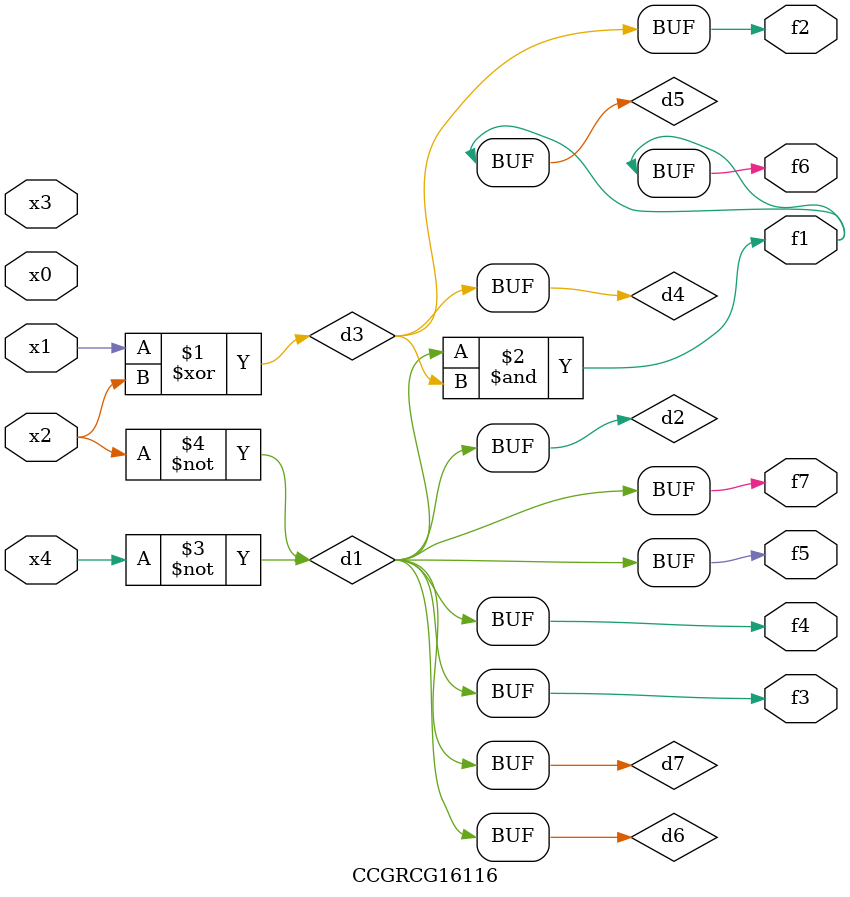
<source format=v>
module CCGRCG16116(
	input x0, x1, x2, x3, x4,
	output f1, f2, f3, f4, f5, f6, f7
);

	wire d1, d2, d3, d4, d5, d6, d7;

	not (d1, x4);
	not (d2, x2);
	xor (d3, x1, x2);
	buf (d4, d3);
	and (d5, d1, d3);
	buf (d6, d1, d2);
	buf (d7, d2);
	assign f1 = d5;
	assign f2 = d4;
	assign f3 = d7;
	assign f4 = d7;
	assign f5 = d7;
	assign f6 = d5;
	assign f7 = d7;
endmodule

</source>
